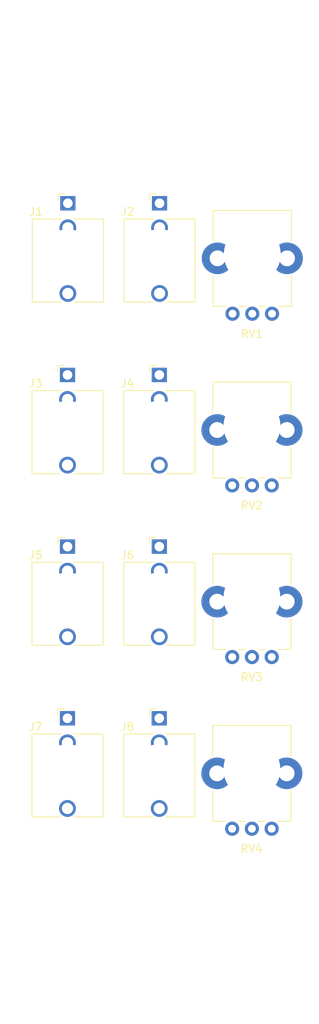
<source format=kicad_pcb>
(kicad_pcb (version 20221018) (generator pcbnew)
  (layers (0 "F.Cu" signal) (31 "B.Cu" signal) (34 "B.Paste" user) (35 "F.Paste" user) (36 "B.SilkS" user "B.Silkscreen") (37 "F.SilkS" user "F.Silkscreen") (38 "B.Mask" user) (39 "F.Mask" user) (44 "Edge.Cuts" user))
  (net 0 "")
  (net 1 "GND")
  (net 6 "/in1")
  (net 7 "/out1")
  (net 8 "/in2")
  (net 9 "/out2")
  (net 10 "/in3")
  (net 11 "/out3")
  (net 12 "/in4")
  (net 13 "/out4")
  (net 14 "/non_inv1")
  (net 15 "/non_inv2")
  (net 16 "/non_inv3")
  (net 17 "/non_inv4")
  (footprint "" (layer "F.Cu") (at 165.45 125.43)
    (fp_text reference "" (at 0 0) (layer "F.SilkS") (effects (font (size 1.27 1.27))))
    (fp_text value "" (at 0 0) (layer "F.SilkS") (effects (font (size 1.27 1.27))))
    (pad "" np_thru_hole circle (at 0 0) (size 7.2 7.2) (drill 7.2) (layers "F&B.Cu" "*.Mask"))
  )
  (footprint "Custom_Footprints:Alpha_9mm_Potentiometer_Aligned" (layer "F.Cu") (at 165.5 60.33)
    (fp_text reference "RV1" (at -0.04 10.04) (layer "F.SilkS"))
    (fp_text value "10k")
    (fp_line (start -4.961 -5.56) (end 4.96 -5.56) (stroke (width 0.12)) (layer "F.SilkS"))
    (fp_line (start -4.961 -1.695) (end -4.961 -5.56) (stroke (width 0.12)) (layer "F.SilkS"))
    (fp_line (start -4.961 6.56) (end -4.961 2.694) (stroke (width 0.12)) (layer "F.SilkS"))
    (fp_line (start -4.961 6.56) (end -3.325 6.56) (stroke (width 0.12)) (layer "F.SilkS"))
    (fp_line (start -1.675 6.56) (end -0.825 6.56) (stroke (width 0.12)) (layer "F.SilkS"))
    (fp_line (start 0.825 6.56) (end 1.675 6.56) (stroke (width 0.12)) (layer "F.SilkS"))
    (fp_line (start 3.325 6.56) (end 4.96 6.56) (stroke (width 0.12)) (layer "F.SilkS"))
    (fp_line (start 4.96 -1.695) (end 4.96 -5.56) (stroke (width 0.12)) (layer "F.SilkS"))
    (fp_line (start 4.96 6.56) (end 4.96 2.694) (stroke (width 0.12)) (layer "F.SilkS"))
    (fp_arc (start -2.762432 -1.171982) (mid -0.000553 -3.000762) (end 2.762 -1.173) (stroke (width 0.12)) (layer "F.SilkS"))
    (fp_arc (start 2.297753 1.928295) (mid -0.000192 2.999665) (end -2.298 1.928) (stroke (width 0.12)) (layer "F.SilkS"))
    (pad "" np_thru_hole circle (at -4.4 0.5 90) (size 4 4) (drill 2) (layers "*.Cu" "*.Mask"))
    (pad "" np_thru_hole circle (at 4.4 0.5 90) (size 4 4) (drill 2) (layers "*.Cu" "*.Mask"))
    (pad "1" thru_hole circle (at -2.5 7.5 90) (size 1.8 1.8) (drill 1) (layers "*.Cu" "*.Mask") (net 1 "GND"))
    (pad "2" thru_hole circle (at 0 7.5 90) (size 1.8 1.8) (drill 1) (layers "*.Cu" "*.Mask") (net 14 "/non_inv1"))
    (pad "3" thru_hole circle (at 2.5 7.5 90) (size 1.8 1.8) (drill 1) (layers "*.Cu" "*.Mask") (net 6 "/in1"))
  )
  (footprint "Custom_Footprints:Sub_Miniature_Switch_MountingHole_3.5mm" (layer "F.Cu") (at 142.11 82.05)
    (fp_text reference "Ref**" hide)
    (fp_text value "Subminiature_Switch" hide)
    (pad "" np_thru_hole circle (at 0 0) (size 6.4 6.4) (drill 6.4) (layers "*.Cu" "*.Mask"))
  )
  (footprint "" (layer "F.Cu") (at 165.46 103.73)
    (fp_text reference "" (at 0 0) (layer "F.SilkS") (effects (font (size 1.27 1.27))))
    (fp_text value "" (at 0 0) (layer "F.SilkS") (effects (font (size 1.27 1.27))))
    (pad "" np_thru_hole circle (at 0 0) (size 7.2 7.2) (drill 7.2) (layers "F&B.Cu" "*.Mask"))
  )
  (footprint "" (layer "F.Cu") (at 165.46 103.73)
    (fp_text reference "" (at 0 0) (layer "F.SilkS") (effects (font (size 1.27 1.27))))
    (fp_text value "" (at 0 0) (layer "F.SilkS") (effects (font (size 1.27 1.27))))
    (pad "" np_thru_hole circle (at 0 0) (size 7.2 7.2) (drill 7.2) (layers "*.Cu" "*.Mask"))
  )
  (footprint "Connector_Audio:Jack_3.5mm_QingPu_WQP-PJ398SM_Vertical_CircularHoles" (layer "F.Cu") (at 153.73 75.57)
    (fp_text reference "J4" (at -4.03 1.08 180) (layer "F.SilkS"))
    (fp_text value "OUT2")
    (fp_line (start -4.5 1.98) (end -4.5 12.48) (stroke (width 0.12)) (layer "F.SilkS"))
    (fp_line (start -1.23 -1.17) (end -1.23 -0.37) (stroke (width 0.12)) (layer "F.SilkS"))
    (fp_line (start -1.23 -1.17) (end -0.37 -1.17) (stroke (width 0.12)) (layer "F.SilkS"))
    (fp_line (start -0.8 12.48) (end -4.5 12.48) (stroke (width 0.12)) (layer "F.SilkS"))
    (fp_line (start -0.72 1.98) (end -4.5 1.98) (stroke (width 0.12)) (layer "F.SilkS"))
    (fp_line (start 4.5 1.98) (end 0.72 1.98) (stroke (width 0.12)) (layer "F.SilkS"))
    (fp_line (start 4.5 1.98) (end 4.5 12.48) (stroke (width 0.12)) (layer "F.SilkS"))
    (fp_line (start 4.5 12.48) (end 0.8 12.48) (stroke (width 0.12)) (layer "F.SilkS"))
    (fp_circle (center 0 6.48) (end 1.8 6.48) (stroke (width 0.12)) (fill none) (layer "F.SilkS"))
    (pad "S" thru_hole rect (at 0 0 180) (size 1.93 1.83) (drill 1.22) (layers "*.Cu" "*.Mask") (net 1 "GND"))
    (pad "T" thru_hole circle (at 0 11.4 180) (size 2.13 2.13) (drill 1.43) (layers "*.Cu" "*.Mask") (net 9 "/out2"))
    (pad "TN" thru_hole circle (at 0 3.1 180) (size 2.13 2.13) (drill 1.42) (layers "*.Cu" "*.Mask"))
  )
  (footprint "Custom_Footprints:Sub_Miniature_Switch_MountingHole_3.5mm" (layer "F.Cu") (at 142.11 82.05)
    (fp_text reference "Ref**" hide)
    (fp_text value "Subminiature_Switch" hide)
    (pad "" np_thru_hole circle (at 0 0) (size 6.4 6.4) (drill 6.4) (layers "F&B.Cu" "*.Mask"))
  )
  (footprint "Custom_Footprints:Alpha_9mm_Potentiometer_Aligned" (layer "F.Cu") (at 165.46 82.03)
    (fp_text reference "RV2" (at -0.04 10.04) (layer "F.SilkS"))
    (fp_text value "10k")
    (fp_line (start -4.961 -5.56) (end 4.96 -5.56) (stroke (width 0.12)) (layer "F.SilkS"))
    (fp_line (start -4.961 -1.695) (end -4.961 -5.56) (stroke (width 0.12)) (layer "F.SilkS"))
    (fp_line (start -4.961 6.56) (end -4.961 2.694) (stroke (width 0.12)) (layer "F.SilkS"))
    (fp_line (start -4.961 6.56) (end -3.325 6.56) (stroke (width 0.12)) (layer "F.SilkS"))
    (fp_line (start -1.675 6.56) (end -0.825 6.56) (stroke (width 0.12)) (layer "F.SilkS"))
    (fp_line (start 0.825 6.56) (end 1.675 6.56) (stroke (width 0.12)) (layer "F.SilkS"))
    (fp_line (start 3.325 6.56) (end 4.96 6.56) (stroke (width 0.12)) (layer "F.SilkS"))
    (fp_line (start 4.96 -1.695) (end 4.96 -5.56) (stroke (width 0.12)) (layer "F.SilkS"))
    (fp_line (start 4.96 6.56) (end 4.96 2.694) (stroke (width 0.12)) (layer "F.SilkS"))
    (fp_arc (start -2.762432 -1.171982) (mid -0.000553 -3.000762) (end 2.762 -1.173) (stroke (width 0.12)) (layer "F.SilkS"))
    (fp_arc (start 2.297753 1.928295) (mid -0.000192 2.999665) (end -2.298 1.928) (stroke (width 0.12)) (layer "F.SilkS"))
    (pad "" np_thru_hole circle (at -4.4 0.5 90) (size 4 4) (drill 2) (layers "*.Cu" "*.Mask"))
    (pad "" np_thru_hole circle (at 4.4 0.5 90) (size 4 4) (drill 2) (layers "*.Cu" "*.Mask"))
    (pad "1" thru_hole circle (at -2.5 7.5 90) (size 1.8 1.8) (drill 1) (layers "*.Cu" "*.Mask") (net 1 "GND"))
    (pad "2" thru_hole circle (at 0 7.5 90) (size 1.8 1.8) (drill 1) (layers "*.Cu" "*.Mask") (net 15 "/non_inv2"))
    (pad "3" thru_hole circle (at 2.5 7.5 90) (size 1.8 1.8) (drill 1) (layers "*.Cu" "*.Mask") (net 8 "/in2"))
  )
  (footprint "" (layer "F.Cu") (at 165.46 82.03)
    (fp_text reference "" (at 0 0) (layer "F.SilkS") (effects (font (size 1.27 1.27))))
    (fp_text value "" (at 0 0) (layer "F.SilkS") (effects (font (size 1.27 1.27))))
    (pad "" np_thru_hole circle (at 0 0) (size 7.2 7.2) (drill 7.2) (layers "F&B.Cu" "*.Mask"))
  )
  (footprint "Custom_Footprints:Alpha_9mm_Potentiometer_Aligned" (layer "F.Cu") (at 165.46 103.73)
    (fp_text reference "RV3" (at -0.04 10.04) (layer "F.SilkS"))
    (fp_text value "10k")
    (fp_line (start -4.961 -5.56) (end 4.96 -5.56) (stroke (width 0.12)) (layer "F.SilkS"))
    (fp_line (start -4.961 -1.695) (end -4.961 -5.56) (stroke (width 0.12)) (layer "F.SilkS"))
    (fp_line (start -4.961 6.56) (end -4.961 2.694) (stroke (width 0.12)) (layer "F.SilkS"))
    (fp_line (start -4.961 6.56) (end -3.325 6.56) (stroke (width 0.12)) (layer "F.SilkS"))
    (fp_line (start -1.675 6.56) (end -0.825 6.56) (stroke (width 0.12)) (layer "F.SilkS"))
    (fp_line (start 0.825 6.56) (end 1.675 6.56) (stroke (width 0.12)) (layer "F.SilkS"))
    (fp_line (start 3.325 6.56) (end 4.96 6.56) (stroke (width 0.12)) (layer "F.SilkS"))
    (fp_line (start 4.96 -1.695) (end 4.96 -5.56) (stroke (width 0.12)) (layer "F.SilkS"))
    (fp_line (start 4.96 6.56) (end 4.96 2.694) (stroke (width 0.12)) (layer "F.SilkS"))
    (fp_arc (start -2.762432 -1.171982) (mid -0.000553 -3.000762) (end 2.762 -1.173) (stroke (width 0.12)) (layer "F.SilkS"))
    (fp_arc (start 2.297753 1.928295) (mid -0.000192 2.999665) (end -2.298 1.928) (stroke (width 0.12)) (layer "F.SilkS"))
    (pad "" np_thru_hole circle (at -4.4 0.5 90) (size 4 4) (drill 2) (layers "*.Cu" "*.Mask"))
    (pad "" np_thru_hole circle (at 4.4 0.5 90) (size 4 4) (drill 2) (layers "*.Cu" "*.Mask"))
    (pad "1" thru_hole circle (at -2.5 7.5 90) (size 1.8 1.8) (drill 1) (layers "*.Cu" "*.Mask") (net 1 "GND"))
    (pad "2" thru_hole circle (at 0 7.5 90) (size 1.8 1.8) (drill 1) (layers "*.Cu" "*.Mask") (net 16 "/non_inv3"))
    (pad "3" thru_hole circle (at 2.5 7.5 90) (size 1.8 1.8) (drill 1) (layers "*.Cu" "*.Mask") (net 10 "/in3"))
  )
  (footprint "Connector_Audio:Jack_3.5mm_QingPu_WQP-PJ398SM_Vertical_CircularHoles" (layer "F.Cu") (at 153.76 53.87)
    (fp_text reference "J2" (at -4.03 1.08 180) (layer "F.SilkS"))
    (fp_text value "OUT1")
    (fp_line (start -4.5 1.98) (end -4.5 12.48) (stroke (width 0.12)) (layer "F.SilkS"))
    (fp_line (start -1.23 -1.17) (end -1.23 -0.37) (stroke (width 0.12)) (layer "F.SilkS"))
    (fp_line (start -1.23 -1.17) (end -0.37 -1.17) (stroke (width 0.12)) (layer "F.SilkS"))
    (fp_line (start -0.8 12.48) (end -4.5 12.48) (stroke (width 0.12)) (layer "F.SilkS"))
    (fp_line (start -0.72 1.98) (end -4.5 1.98) (stroke (width 0.12)) (layer "F.SilkS"))
    (fp_line (start 4.5 1.98) (end 0.72 1.98) (stroke (width 0.12)) (layer "F.SilkS"))
    (fp_line (start 4.5 1.98) (end 4.5 12.48) (stroke (width 0.12)) (layer "F.SilkS"))
    (fp_line (start 4.5 12.48) (end 0.8 12.48) (stroke (width 0.12)) (layer "F.SilkS"))
    (fp_circle (center 0 6.48) (end 1.8 6.48) (stroke (width 0.12)) (fill none) (layer "F.SilkS"))
    (pad "S" thru_hole rect (at 0 0 180) (size 1.93 1.83) (drill 1.22) (layers "*.Cu" "*.Mask") (net 1 "GND"))
    (pad "T" thru_hole circle (at 0 11.4 180) (size 2.13 2.13) (drill 1.43) (layers "*.Cu" "*.Mask") (net 7 "/out1"))
    (pad "TN" thru_hole circle (at 0 3.1 180) (size 2.13 2.13) (drill 1.42) (layers "*.Cu" "*.Mask"))
  )
  (footprint "Custom_Footprints:Sub_Miniature_Switch_MountingHole_3.5mm" (layer "F.Cu") (at 153.76 60.34)
    (fp_text reference "Ref**" hide)
    (fp_text value "Subminiature_Switch" hide)
    (pad "" np_thru_hole circle (at 0 0) (size 6.4 6.4) (drill 6.4) (layers "F&B.Cu" "*.Mask"))
  )
  (footprint "Custom_Footprints:Alpha_9mm_Potentiometer_Aligned" (layer "F.Cu") (at 165.45 125.43)
    (fp_text reference "RV4" (at -0.04 10.04) (layer "F.SilkS"))
    (fp_text value "10k")
    (fp_line (start -4.961 -5.56) (end 4.96 -5.56) (stroke (width 0.12)) (layer "F.SilkS"))
    (fp_line (start -4.961 -1.695) (end -4.961 -5.56) (stroke (width 0.12)) (layer "F.SilkS"))
    (fp_line (start -4.961 6.56) (end -4.961 2.694) (stroke (width 0.12)) (layer "F.SilkS"))
    (fp_line (start -4.961 6.56) (end -3.325 6.56) (stroke (width 0.12)) (layer "F.SilkS"))
    (fp_line (start -1.675 6.56) (end -0.825 6.56) (stroke (width 0.12)) (layer "F.SilkS"))
    (fp_line (start 0.825 6.56) (end 1.675 6.56) (stroke (width 0.12)) (layer "F.SilkS"))
    (fp_line (start 3.325 6.56) (end 4.96 6.56) (stroke (width 0.12)) (layer "F.SilkS"))
    (fp_line (start 4.96 -1.695) (end 4.96 -5.56) (stroke (width 0.12)) (layer "F.SilkS"))
    (fp_line (start 4.96 6.56) (end 4.96 2.694) (stroke (width 0.12)) (layer "F.SilkS"))
    (fp_arc (start -2.762432 -1.171982) (mid -0.000553 -3.000762) (end 2.762 -1.173) (stroke (width 0.12)) (layer "F.SilkS"))
    (fp_arc (start 2.297753 1.928295) (mid -0.000192 2.999665) (end -2.298 1.928) (stroke (width 0.12)) (layer "F.SilkS"))
    (pad "" np_thru_hole circle (at -4.4 0.5 90) (size 4 4) (drill 2) (layers "*.Cu" "*.Mask"))
    (pad "" np_thru_hole circle (at 4.4 0.5 90) (size 4 4) (drill 2) (layers "*.Cu" "*.Mask"))
    (pad "1" thru_hole circle (at -2.5 7.5 90) (size 1.8 1.8) (drill 1) (layers "*.Cu" "*.Mask") (net 1 "GND"))
    (pad "2" thru_hole circle (at 0 7.5 90) (size 1.8 1.8) (drill 1) (layers "*.Cu" "*.Mask") (net 17 "/non_inv4"))
    (pad "3" thru_hole circle (at 2.5 7.5 90) (size 1.8 1.8) (drill 1) (layers "*.Cu" "*.Mask") (net 12 "/in4"))
  )
  (footprint "MountingHole:MountingHole_3.2mm_M3" (layer "F.Cu") (at 141.11 31.65)
    (fp_text reference "REF**" hide)
    (fp_text value "MountingHole_3.2mm_M3" hide)
    (pad "" np_thru_hole oval (at 0 0) (size 7 3.2) (drill oval 7 3.2) (layers "F&B.Cu" "*.Mask"))
  )
  (footprint "Connector_Audio:Jack_3.5mm_QingPu_WQP-PJ398SM_Vertical_CircularHoles" (layer "F.Cu") (at 153.73 97.27)
    (fp_text reference "J6" (at -4.03 1.08 180) (layer "F.SilkS"))
    (fp_text value "OUT3")
    (fp_line (start -4.5 1.98) (end -4.5 12.48) (stroke (width 0.12)) (layer "F.SilkS"))
    (fp_line (start -1.23 -1.17) (end -1.23 -0.37) (stroke (width 0.12)) (layer "F.SilkS"))
    (fp_line (start -1.23 -1.17) (end -0.37 -1.17) (stroke (width 0.12)) (layer "F.SilkS"))
    (fp_line (start -0.8 12.48) (end -4.5 12.48) (stroke (width 0.12)) (layer "F.SilkS"))
    (fp_line (start -0.72 1.98) (end -4.5 1.98) (stroke (width 0.12)) (layer "F.SilkS"))
    (fp_line (start 4.5 1.98) (end 0.72 1.98) (stroke (width 0.12)) (layer "F.SilkS"))
    (fp_line (start 4.5 1.98) (end 4.5 12.48) (stroke (width 0.12)) (layer "F.SilkS"))
    (fp_line (start 4.5 12.48) (end 0.8 12.48) (stroke (width 0.12)) (layer "F.SilkS"))
    (fp_circle (center 0 6.48) (end 1.8 6.48) (stroke (width 0.12)) (fill none) (layer "F.SilkS"))
    (pad "S" thru_hole rect (at 0 0 180) (size 1.93 1.83) (drill 1.22) (layers "*.Cu" "*.Mask") (net 1 "GND"))
    (pad "T" thru_hole circle (at 0 11.4 180) (size 2.13 2.13) (drill 1.43) (layers "*.Cu" "*.Mask") (net 11 "/out3"))
    (pad "TN" thru_hole circle (at 0 3.1 180) (size 2.13 2.13) (drill 1.42) (layers "*.Cu" "*.Mask"))
  )
  (footprint "Custom_Footprints:Sub_Miniature_Switch_MountingHole_3.5mm" (layer "F.Cu") (at 153.71 125.44)
    (fp_text reference "Ref**" hide)
    (fp_text value "Subminiature_Switch" hide)
    (pad "" np_thru_hole circle (at 0 0) (size 6.4 6.4) (drill 6.4) (layers "*.Cu" "*.Mask"))
  )
  (footprint "Custom_Footprints:Sub_Miniature_Switch_MountingHole_3.5mm" (layer "F.Cu") (at 153.72 125.45)
    (fp_text reference "Ref**" hide)
    (fp_text value "Subminiature_Switch" hide)
    (pad "" np_thru_hole circle (at 0 0) (size 6.4 6.4) (drill 6.4) (layers "F&B.Cu" "*.Mask"))
  )
  (footprint "Connector_Audio:Jack_3.5mm_QingPu_WQP-PJ398SM_Vertical_CircularHoles" (layer "F.Cu") (at 142.11 97.27)
    (fp_text reference "J5" (at -4.03 1.08 180) (layer "F.SilkS"))
    (fp_text value "IN3")
    (fp_line (start -4.5 1.98) (end -4.5 12.48) (stroke (width 0.12)) (layer "F.SilkS"))
    (fp_line (start -1.23 -1.17) (end -1.23 -0.37) (stroke (width 0.12)) (layer "F.SilkS"))
    (fp_line (start -1.23 -1.17) (end -0.37 -1.17) (stroke (width 0.12)) (layer "F.SilkS"))
    (fp_line (start -0.8 12.48) (end -4.5 12.48) (stroke (width 0.12)) (layer "F.SilkS"))
    (fp_line (start -0.72 1.98) (end -4.5 1.98) (stroke (width 0.12)) (layer "F.SilkS"))
    (fp_line (start 4.5 1.98) (end 0.72 1.98) (stroke (width 0.12)) (layer "F.SilkS"))
    (fp_line (start 4.5 1.98) (end 4.5 12.48) (stroke (width 0.12)) (layer "F.SilkS"))
    (fp_line (start 4.5 12.48) (end 0.8 12.48) (stroke (width 0.12)) (layer "F.SilkS"))
    (fp_circle (center 0 6.48) (end 1.8 6.48) (stroke (width 0.12)) (fill none) (layer "F.SilkS"))
    (pad "S" thru_hole rect (at 0 0 180) (size 1.93 1.83) (drill 1.22) (layers "*.Cu" "*.Mask") (net 1 "GND"))
    (pad "T" thru_hole circle (at 0 11.4 180) (size 2.13 2.13) (drill 1.43) (layers "*.Cu" "*.Mask") (net 10 "/in3"))
    (pad "TN" thru_hole circle (at 0 3.1 180) (size 2.13 2.13) (drill 1.42) (layers "*.Cu" "*.Mask") (net 1 "GND"))
  )
  (footprint "Connector_Audio:Jack_3.5mm_QingPu_WQP-PJ398SM_Vertical_CircularHoles" (layer "F.Cu") (at 153.72 118.97)
    (fp_text reference "J8" (at -4.03 1.08 180) (layer "F.SilkS"))
    (fp_text value "OUT4")
    (fp_line (start -4.5 1.98) (end -4.5 12.48) (stroke (width 0.12)) (layer "F.SilkS"))
    (fp_line (start -1.23 -1.17) (end -1.23 -0.37) (stroke (width 0.12)) (layer "F.SilkS"))
    (fp_line (start -1.23 -1.17) (end -0.37 -1.17) (stroke (width 0.12)) (layer "F.SilkS"))
    (fp_line (start -0.8 12.48) (end -4.5 12.48) (stroke (width 0.12)) (layer "F.SilkS"))
    (fp_line (start -0.72 1.98) (end -4.5 1.98) (stroke (width 0.12)) (layer "F.SilkS"))
    (fp_line (start 4.5 1.98) (end 0.72 1.98) (stroke (width 0.12)) (layer "F.SilkS"))
    (fp_line (start 4.5 1.98) (end 4.5 12.48) (stroke (width 0.12)) (layer "F.SilkS"))
    (fp_line (start 4.5 12.48) (end 0.8 12.48) (stroke (width 0.12)) (layer "F.SilkS"))
    (fp_circle (center 0 6.48) (end 1.8 6.48) (stroke (width 0.12)) (fill none) (layer "F.SilkS"))
    (pad "S" thru_hole rect (at 0 0 180) (size 1.93 1.83) (drill 1.22) (layers "*.Cu" "*.Mask") (net 1 "GND"))
    (pad "T" thru_hole circle (at 0 11.4 180) (size 2.13 2.13) (drill 1.43) (layers "*.Cu" "*.Mask") (net 13 "/out4"))
    (pad "TN" thru_hole circle (at 0 3.1 180) (size 2.13 2.13) (drill 1.42) (layers "*.Cu" "*.Mask"))
  )
  (footprint "Custom_Footprints:Sub_Miniature_Switch_MountingHole_3.5mm" (layer "F.Cu") (at 142.11 103.75)
    (fp_text reference "Ref**" hide)
    (fp_text value "Subminiature_Switch" hide)
    (pad "" np_thru_hole circle (at 0 0) (size 6.4 6.4) (drill 6.4) (layers "F&B.Cu" "*.Mask"))
  )
  (footprint "Custom_Footprints:Sub_Miniature_Switch_MountingHole_3.5mm" (layer "F.Cu") (at 153.72 103.74)
    (fp_text reference "Ref**" hide)
    (fp_text value "Subminiature_Switch" hide)
    (pad "" np_thru_hole circle (at 0 0) (size 6.4 6.4) (drill 6.4) (layers "*.Cu" "*.Mask"))
  )
  (footprint "Custom_Footprints:Sub_Miniature_Switch_MountingHole_3.5mm" (layer "F.Cu") (at 153.73 103.75)
    (fp_text reference "Ref**" hide)
    (fp_text value "Subminiature_Switch" hide)
    (pad "" np_thru_hole circle (at 0 0) (size 6.4 6.4) (drill 6.4) (layers "F&B.Cu" "*.Mask"))
  )
  (footprint "MountingHole:MountingHole_3.2mm_M3" (layer "F.Cu") (at 141.11 154.15)
    (fp_text reference "REF**" hide)
    (fp_text value "MountingHole_3.2mm_M3" hide)
    (pad "" np_thru_hole oval (at 0 0) (size 7 3.2) (drill oval 7 3.2) (layers "F&B.Cu" "*.Mask"))
  )
  (footprint "Custom_Footprints:Sub_Miniature_Switch_MountingHole_3.5mm" (layer "F.Cu") (at 142.1 125.45)
    (fp_text reference "Ref**" hide)
    (fp_text value "Subminiature_Switch" hide)
    (pad "" np_thru_hole circle (at 0 0) (size 6.4 6.4) (drill 6.4) (layers "*.Cu" "*.Mask"))
  )
  (footprint "" (layer "F.Cu") (at 165.46 82.03)
    (fp_text reference "" (at 0 0) (layer "F.SilkS") (effects (font (size 1.27 1.27))))
    (fp_text value "" (at 0 0) (layer "F.SilkS") (effects (font (size 1.27 1.27))))
    (pad "" np_thru_hole circle (at 0 0) (size 7.2 7.2) (drill 7.2) (layers "*.Cu" "*.Mask"))
  )
  (footprint "Connector_Audio:Jack_3.5mm_QingPu_WQP-PJ398SM_Vertical_CircularHoles" (layer "F.Cu") (at 142.15 53.87)
    (fp_text reference "J1" (at -4.03 1.08) (layer "F.SilkS"))
    (fp_text value "IN1")
    (fp_line (start -4.5 1.98) (end -4.5 12.48) (stroke (width 0.12)) (layer "F.SilkS"))
    (fp_line (start -1.23 -1.17) (end -1.23 -0.37) (stroke (width 0.12)) (layer "F.SilkS"))
    (fp_line (start -1.23 -1.17) (end -0.37 -1.17) (stroke (width 0.12)) (layer "F.SilkS"))
    (fp_line (start -0.8 12.48) (end -4.5 12.48) (stroke (width 0.12)) (layer "F.SilkS"))
    (fp_line (start -0.72 1.98) (end -4.5 1.98) (stroke (width 0.12)) (layer "F.SilkS"))
    (fp_line (start 4.5 1.98) (end 0.72 1.98) (stroke (width 0.12)) (layer "F.SilkS"))
    (fp_line (start 4.5 1.98) (end 4.5 12.48) (stroke (width 0.12)) (layer "F.SilkS"))
    (fp_line (start 4.5 12.48) (end 0.8 12.48) (stroke (width 0.12)) (layer "F.SilkS"))
    (fp_circle (center 0 6.48) (end 1.8 6.48) (stroke (width 0.12)) (fill none) (layer "F.SilkS"))
    (pad "S" thru_hole rect (at 0 0 180) (size 1.93 1.83) (drill 1.22) (layers "*.Cu" "*.Mask") (net 1 "GND"))
    (pad "T" thru_hole circle (at 0 11.4 180) (size 2.13 2.13) (drill 1.43) (layers "*.Cu" "*.Mask") (net 6 "/in1"))
    (pad "TN" thru_hole circle (at 0 3.1 180) (size 2.13 2.13) (drill 1.42) (layers "*.Cu" "*.Mask") (net 1 "GND"))
  )
  (footprint "MountingHole:MountingHole_3.2mm_M3" (layer "F.Cu") (at 166.51 31.65)
    (fp_text reference "REF**" hide)
    (fp_text value "MountingHole_3.2mm_M3" hide)
    (pad "" np_thru_hole oval (at 0 0) (size 7 3.2) (drill oval 7 3.2) (layers "F&B.Cu" "*.Mask"))
  )
  (footprint "" (layer "F.Cu") (at 165.5 60.33)
    (fp_text reference "" (at 0 0) (layer "F.SilkS") (effects (font (size 1.27 1.27))))
    (fp_text value "" (at 0 0) (layer "F.SilkS") (effects (font (size 1.27 1.27))))
    (pad "" np_thru_hole circle (at 0 0) (size 7.2 7.2) (drill 7.2) (layers "F&B.Cu" "*.Mask"))
  )
  (footprint "Connector_Audio:Jack_3.5mm_QingPu_WQP-PJ398SM_Vertical_CircularHoles" (layer "F.Cu") (at 142.11 75.57)
    (fp_text reference "J3" (at -4.03 1.08 180) (layer "F.SilkS"))
    (fp_text value "IN2")
    (fp_line (start -4.5 1.98) (end -4.5 12.48) (stroke (width 0.12)) (layer "F.SilkS"))
    (fp_line (start -1.23 -1.17) (end -1.23 -0.37) (stroke (width 0.12)) (layer "F.SilkS"))
    (fp_line (start -1.23 -1.17) (end -0.37 -1.17) (stroke (width 0.12)) (layer "F.SilkS"))
    (fp_line (start -0.8 12.48) (end -4.5 12.48) (stroke (width 0.12)) (layer "F.SilkS"))
    (fp_line (start -0.72 1.98) (end -4.5 1.98) (stroke (width 0.12)) (layer "F.SilkS"))
    (fp_line (start 4.5 1.98) (end 0.72 1.98) (stroke (width 0.12)) (layer "F.SilkS"))
    (fp_line (start 4.5 1.98) (end 4.5 12.48) (stroke (width 0.12)) (layer "F.SilkS"))
    (fp_line (start 4.5 12.48) (end 0.8 12.48) (stroke (width 0.12)) (layer "F.SilkS"))
    (fp_circle (center 0 6.48) (end 1.8 6.48) (stroke (width 0.12)) (fill none) (layer "F.SilkS"))
    (pad "S" thru_hole rect (at 0 0 180) (size 1.93 1.83) (drill 1.22) (layers "*.Cu" "*.Mask") (net 1 "GND"))
    (pad "T" thru_hole circle (at 0 11.4 180) (size 2.13 2.13) (drill 1.43) (layers "*.Cu" "*.Mask") (net 8 "/in2"))
    (pad "TN" thru_hole circle (at 0 3.1 180) (size 2.13 2.13) (drill 1.42) (layers "*.Cu" "*.Mask") (net 1 "GND"))
  )
  (footprint "Connector_Audio:Jack_3.5mm_QingPu_WQP-PJ398SM_Vertical_CircularHoles" (layer "F.Cu") (at 142.1 118.97)
    (fp_text reference "J7" (at -4.03 1.08 180) (layer "F.SilkS"))
    (fp_text value "IN4")
    (fp_line (start -4.5 1.98) (end -4.5 12.48) (stroke (width 0.12)) (layer "F.SilkS"))
    (fp_line (start -1.23 -1.17) (end -1.23 -0.37) (stroke (width 0.12)) (layer "F.SilkS"))
    (fp_line (start -1.23 -1.17) (end -0.37 -1.17) (stroke (width 0.12)) (layer "F.SilkS"))
    (fp_line (start -0.8 12.48) (end -4.5 12.48) (stroke (width 0.12)) (layer "F.SilkS"))
    (fp_line (start -0.72 1.98) (end -4.5 1.98) (stroke (width 0.12)) (layer "F.SilkS"))
    (fp_line (start 4.5 1.98) (end 0.72 1.98) (stroke (width 0.12)) (layer "F.SilkS"))
    (fp_line (start 4.5 1.98) (end 4.5 12.48) (stroke (width 0.12)) (layer "F.SilkS"))
    (fp_line (start 4.5 12.48) (end 0.8 12.48) (stroke (width 0.12)) (layer "F.SilkS"))
    (fp_circle (center 0 6.48) (end 1.8 6.48) (stroke (width 0.12)) (fill none) (layer "F.SilkS"))
    (pad "S" thru_hole rect (at 0 0 180) (size 1.93 1.83) (drill 1.22) (layers "*.Cu" "*.Mask") (net 1 "GND"))
    (pad "T" thru_hole circle (at 0 11.4 180) (size 2.13 2.13) (drill 1.43) (layers "*.Cu" "*.Mask") (net 12 "/in4"))
    (pad "TN" thru_hole circle (at 0 3.1 180) (size 2.13 2.13) (drill 1.42) (layers "*.Cu" "*.Mask") (net 1 "GND"))
  )
  (footprint "Custom_Footprints:Sub_Miniature_Switch_MountingHole_3.5mm" (layer "F.Cu") (at 153.73 82.05)
    (fp_text reference "Ref**" hide)
    (fp_text value "Subminiature_Switch" hide)
    (pad "" np_thru_hole circle (at 0 0) (size 6.4 6.4) (drill 6.4) (layers "F&B.Cu" "*.Mask"))
  )
  (footprint "Custom_Footprints:Sub_Miniature_Switch_MountingHole_3.5mm" (layer "F.Cu") (at 142.1 125.45)
    (fp_text reference "Ref**" hide)
    (fp_text value "Subminiature_Switch" hide)
    (pad "" np_thru_hole circle (at 0 0) (size 6.4 6.4) (drill 6.4) (layers "F&B.Cu" "*.Mask"))
  )
  (footprint "Custom_Footprints:Sub_Miniature_Switch_MountingHole_3.5mm" (layer "F.Cu") (at 153.72 82.04)
    (fp_text reference "Ref**" hide)
    (fp_text value "Subminiature_Switch" hide)
    (pad "" np_thru_hole circle (at 0 0) (size 6.4 6.4) (drill 6.4) (layers "*.Cu" "*.Mask"))
  )
  (footprint "MountingHole:MountingHole_3.2mm_M3" (layer "F.Cu") (at 166.51 154.15)
    (fp_text reference "REF**" hide)
    (fp_text value "MountingHole_3.2mm_M3" hide)
    (pad "" np_thru_hole oval (at 0 0) (size 7 3.2) (drill oval 7 3.2) (layers "F&B.Cu" "*.Mask"))
  )
  (footprint "Custom_Footprints:Sub_Miniature_Switch_MountingHole_3.5mm" (layer "F.Cu") (at 142.11 103.75)
    (fp_text reference "Ref**" hide)
    (fp_text value "Subminiature_Switch" hide)
    (pad "" np_thru_hole circle (at 0 0) (size 6.4 6.4) (drill 6.4) (layers "*.Cu" "*.Mask"))
  )
  (footprint "" (layer "F.Cu") (at 165.45 125.43)
    (fp_text reference "" (at 0 0) (layer "F.SilkS") (effects (font (size 1.27 1.27))))
    (fp_text value "" (at 0 0) (layer "F.SilkS") (effects (font (size 1.27 1.27))))
    (pad "" np_thru_hole circle (at 0 0) (size 7.2 7.2) (drill 7.2) (layers "*.Cu" "*.Mask"))
  )
  (footprint "Custom_Footprints:Sub_Miniature_Switch_MountingHole_3.5mm" (layer "F.Cu") (at 142.15 60.35)
    (fp_text reference "Ref**" hide)
    (fp_text value "Subminiature_Switch" hide)
    (pad "" np_thru_hole circle (at 0 0) (size 6.4 6.4) (drill 6.4) (layers "F&B.Cu" "*.Mask"))
  )
)
</source>
